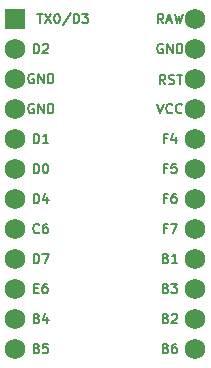
<source format=gbr>
%TF.GenerationSoftware,KiCad,Pcbnew,(6.0.4)*%
%TF.CreationDate,2022-10-04T13:57:12-07:00*%
%TF.ProjectId,tiddlywink,74696464-6c79-4776-996e-6b2e6b696361,rev?*%
%TF.SameCoordinates,Original*%
%TF.FileFunction,Legend,Top*%
%TF.FilePolarity,Positive*%
%FSLAX46Y46*%
G04 Gerber Fmt 4.6, Leading zero omitted, Abs format (unit mm)*
G04 Created by KiCad (PCBNEW (6.0.4)) date 2022-10-04 13:57:12*
%MOMM*%
%LPD*%
G01*
G04 APERTURE LIST*
%ADD10C,0.150000*%
%ADD11R,1.752600X1.752600*%
%ADD12C,1.752600*%
G04 APERTURE END LIST*
D10*
%TO.C,PM1*%
X129084574Y-49154542D02*
X129084574Y-48354542D01*
X129275051Y-48354542D01*
X129389336Y-48392638D01*
X129465527Y-48468828D01*
X129503622Y-48545018D01*
X129541717Y-48697399D01*
X129541717Y-48811685D01*
X129503622Y-48964066D01*
X129465527Y-49040257D01*
X129389336Y-49116447D01*
X129275051Y-49154542D01*
X129084574Y-49154542D01*
X130227431Y-48621209D02*
X130227431Y-49154542D01*
X130036955Y-48316447D02*
X129846479Y-48887876D01*
X130341717Y-48887876D01*
X140044670Y-33914542D02*
X139778003Y-33533590D01*
X139587527Y-33914542D02*
X139587527Y-33114542D01*
X139892289Y-33114542D01*
X139968479Y-33152638D01*
X140006574Y-33190733D01*
X140044670Y-33266923D01*
X140044670Y-33381209D01*
X140006574Y-33457399D01*
X139968479Y-33495495D01*
X139892289Y-33533590D01*
X139587527Y-33533590D01*
X140349431Y-33685971D02*
X140730384Y-33685971D01*
X140273241Y-33914542D02*
X140539908Y-33114542D01*
X140806574Y-33914542D01*
X140997051Y-33114542D02*
X141187527Y-33914542D01*
X141339908Y-33343114D01*
X141492289Y-33914542D01*
X141682765Y-33114542D01*
X129065527Y-38232638D02*
X128989336Y-38194542D01*
X128875051Y-38194542D01*
X128760765Y-38232638D01*
X128684574Y-38308828D01*
X128646479Y-38385018D01*
X128608384Y-38537399D01*
X128608384Y-38651685D01*
X128646479Y-38804066D01*
X128684574Y-38880257D01*
X128760765Y-38956447D01*
X128875051Y-38994542D01*
X128951241Y-38994542D01*
X129065527Y-38956447D01*
X129103622Y-38918352D01*
X129103622Y-38651685D01*
X128951241Y-38651685D01*
X129446479Y-38994542D02*
X129446479Y-38194542D01*
X129903622Y-38994542D01*
X129903622Y-38194542D01*
X130284574Y-38994542D02*
X130284574Y-38194542D01*
X130475051Y-38194542D01*
X130589336Y-38232638D01*
X130665527Y-38308828D01*
X130703622Y-38385018D01*
X130741717Y-38537399D01*
X130741717Y-38651685D01*
X130703622Y-38804066D01*
X130665527Y-38880257D01*
X130589336Y-38956447D01*
X130475051Y-38994542D01*
X130284574Y-38994542D01*
X140330384Y-48735495D02*
X140063717Y-48735495D01*
X140063717Y-49154542D02*
X140063717Y-48354542D01*
X140444670Y-48354542D01*
X141092289Y-48354542D02*
X140939908Y-48354542D01*
X140863717Y-48392638D01*
X140825622Y-48430733D01*
X140749431Y-48545018D01*
X140711336Y-48697399D01*
X140711336Y-49002161D01*
X140749431Y-49078352D01*
X140787527Y-49116447D01*
X140863717Y-49154542D01*
X141016098Y-49154542D01*
X141092289Y-49116447D01*
X141130384Y-49078352D01*
X141168479Y-49002161D01*
X141168479Y-48811685D01*
X141130384Y-48735495D01*
X141092289Y-48697399D01*
X141016098Y-48659304D01*
X140863717Y-48659304D01*
X140787527Y-48697399D01*
X140749431Y-48735495D01*
X140711336Y-48811685D01*
X129351241Y-58895495D02*
X129465527Y-58933590D01*
X129503622Y-58971685D01*
X129541717Y-59047876D01*
X129541717Y-59162161D01*
X129503622Y-59238352D01*
X129465527Y-59276447D01*
X129389336Y-59314542D01*
X129084574Y-59314542D01*
X129084574Y-58514542D01*
X129351241Y-58514542D01*
X129427431Y-58552638D01*
X129465527Y-58590733D01*
X129503622Y-58666923D01*
X129503622Y-58743114D01*
X129465527Y-58819304D01*
X129427431Y-58857399D01*
X129351241Y-58895495D01*
X129084574Y-58895495D01*
X130227431Y-58781209D02*
X130227431Y-59314542D01*
X130036955Y-58476447D02*
X129846479Y-59047876D01*
X130341717Y-59047876D01*
X129084574Y-46614542D02*
X129084574Y-45814542D01*
X129275051Y-45814542D01*
X129389336Y-45852638D01*
X129465527Y-45928828D01*
X129503622Y-46005018D01*
X129541717Y-46157399D01*
X129541717Y-46271685D01*
X129503622Y-46424066D01*
X129465527Y-46500257D01*
X129389336Y-46576447D01*
X129275051Y-46614542D01*
X129084574Y-46614542D01*
X130036955Y-45814542D02*
X130113146Y-45814542D01*
X130189336Y-45852638D01*
X130227431Y-45890733D01*
X130265527Y-45966923D01*
X130303622Y-46119304D01*
X130303622Y-46309780D01*
X130265527Y-46462161D01*
X130227431Y-46538352D01*
X130189336Y-46576447D01*
X130113146Y-46614542D01*
X130036955Y-46614542D01*
X129960765Y-46576447D01*
X129922670Y-46538352D01*
X129884574Y-46462161D01*
X129846479Y-46309780D01*
X129846479Y-46119304D01*
X129884574Y-45966923D01*
X129922670Y-45890733D01*
X129960765Y-45852638D01*
X130036955Y-45814542D01*
X129122670Y-56355495D02*
X129389336Y-56355495D01*
X129503622Y-56774542D02*
X129122670Y-56774542D01*
X129122670Y-55974542D01*
X129503622Y-55974542D01*
X130189336Y-55974542D02*
X130036955Y-55974542D01*
X129960765Y-56012638D01*
X129922670Y-56050733D01*
X129846479Y-56165018D01*
X129808384Y-56317399D01*
X129808384Y-56622161D01*
X129846479Y-56698352D01*
X129884574Y-56736447D01*
X129960765Y-56774542D01*
X130113146Y-56774542D01*
X130189336Y-56736447D01*
X130227431Y-56698352D01*
X130265527Y-56622161D01*
X130265527Y-56431685D01*
X130227431Y-56355495D01*
X130189336Y-56317399D01*
X130113146Y-56279304D01*
X129960765Y-56279304D01*
X129884574Y-56317399D01*
X129846479Y-56355495D01*
X129808384Y-56431685D01*
X129084574Y-54234542D02*
X129084574Y-53434542D01*
X129275051Y-53434542D01*
X129389336Y-53472638D01*
X129465527Y-53548828D01*
X129503622Y-53625018D01*
X129541717Y-53777399D01*
X129541717Y-53891685D01*
X129503622Y-54044066D01*
X129465527Y-54120257D01*
X129389336Y-54196447D01*
X129275051Y-54234542D01*
X129084574Y-54234542D01*
X129808384Y-53434542D02*
X130341717Y-53434542D01*
X129998860Y-54234542D01*
X140197955Y-39084542D02*
X139931289Y-38703590D01*
X139740812Y-39084542D02*
X139740812Y-38284542D01*
X140045574Y-38284542D01*
X140121765Y-38322638D01*
X140159860Y-38360733D01*
X140197955Y-38436923D01*
X140197955Y-38551209D01*
X140159860Y-38627399D01*
X140121765Y-38665495D01*
X140045574Y-38703590D01*
X139740812Y-38703590D01*
X140502717Y-39046447D02*
X140617003Y-39084542D01*
X140807479Y-39084542D01*
X140883670Y-39046447D01*
X140921765Y-39008352D01*
X140959860Y-38932161D01*
X140959860Y-38855971D01*
X140921765Y-38779780D01*
X140883670Y-38741685D01*
X140807479Y-38703590D01*
X140655098Y-38665495D01*
X140578908Y-38627399D01*
X140540812Y-38589304D01*
X140502717Y-38513114D01*
X140502717Y-38436923D01*
X140540812Y-38360733D01*
X140578908Y-38322638D01*
X140655098Y-38284542D01*
X140845574Y-38284542D01*
X140959860Y-38322638D01*
X141188431Y-38284542D02*
X141645574Y-38284542D01*
X141417003Y-39084542D02*
X141417003Y-38284542D01*
X139530384Y-40734542D02*
X139797051Y-41534542D01*
X140063717Y-40734542D01*
X140787527Y-41458352D02*
X140749431Y-41496447D01*
X140635146Y-41534542D01*
X140558955Y-41534542D01*
X140444670Y-41496447D01*
X140368479Y-41420257D01*
X140330384Y-41344066D01*
X140292289Y-41191685D01*
X140292289Y-41077399D01*
X140330384Y-40925018D01*
X140368479Y-40848828D01*
X140444670Y-40772638D01*
X140558955Y-40734542D01*
X140635146Y-40734542D01*
X140749431Y-40772638D01*
X140787527Y-40810733D01*
X141587527Y-41458352D02*
X141549431Y-41496447D01*
X141435146Y-41534542D01*
X141358955Y-41534542D01*
X141244670Y-41496447D01*
X141168479Y-41420257D01*
X141130384Y-41344066D01*
X141092289Y-41191685D01*
X141092289Y-41077399D01*
X141130384Y-40925018D01*
X141168479Y-40848828D01*
X141244670Y-40772638D01*
X141358955Y-40734542D01*
X141435146Y-40734542D01*
X141549431Y-40772638D01*
X141587527Y-40810733D01*
X140273241Y-61435495D02*
X140387527Y-61473590D01*
X140425622Y-61511685D01*
X140463717Y-61587876D01*
X140463717Y-61702161D01*
X140425622Y-61778352D01*
X140387527Y-61816447D01*
X140311336Y-61854542D01*
X140006574Y-61854542D01*
X140006574Y-61054542D01*
X140273241Y-61054542D01*
X140349431Y-61092638D01*
X140387527Y-61130733D01*
X140425622Y-61206923D01*
X140425622Y-61283114D01*
X140387527Y-61359304D01*
X140349431Y-61397399D01*
X140273241Y-61435495D01*
X140006574Y-61435495D01*
X141149431Y-61054542D02*
X140997051Y-61054542D01*
X140920860Y-61092638D01*
X140882765Y-61130733D01*
X140806574Y-61245018D01*
X140768479Y-61397399D01*
X140768479Y-61702161D01*
X140806574Y-61778352D01*
X140844670Y-61816447D01*
X140920860Y-61854542D01*
X141073241Y-61854542D01*
X141149431Y-61816447D01*
X141187527Y-61778352D01*
X141225622Y-61702161D01*
X141225622Y-61511685D01*
X141187527Y-61435495D01*
X141149431Y-61397399D01*
X141073241Y-61359304D01*
X140920860Y-61359304D01*
X140844670Y-61397399D01*
X140806574Y-61435495D01*
X140768479Y-61511685D01*
X129065527Y-40772638D02*
X128989336Y-40734542D01*
X128875051Y-40734542D01*
X128760765Y-40772638D01*
X128684574Y-40848828D01*
X128646479Y-40925018D01*
X128608384Y-41077399D01*
X128608384Y-41191685D01*
X128646479Y-41344066D01*
X128684574Y-41420257D01*
X128760765Y-41496447D01*
X128875051Y-41534542D01*
X128951241Y-41534542D01*
X129065527Y-41496447D01*
X129103622Y-41458352D01*
X129103622Y-41191685D01*
X128951241Y-41191685D01*
X129446479Y-41534542D02*
X129446479Y-40734542D01*
X129903622Y-41534542D01*
X129903622Y-40734542D01*
X130284574Y-41534542D02*
X130284574Y-40734542D01*
X130475051Y-40734542D01*
X130589336Y-40772638D01*
X130665527Y-40848828D01*
X130703622Y-40925018D01*
X130741717Y-41077399D01*
X130741717Y-41191685D01*
X130703622Y-41344066D01*
X130665527Y-41420257D01*
X130589336Y-41496447D01*
X130475051Y-41534542D01*
X130284574Y-41534542D01*
X139987527Y-35692638D02*
X139911336Y-35654542D01*
X139797051Y-35654542D01*
X139682765Y-35692638D01*
X139606574Y-35768828D01*
X139568479Y-35845018D01*
X139530384Y-35997399D01*
X139530384Y-36111685D01*
X139568479Y-36264066D01*
X139606574Y-36340257D01*
X139682765Y-36416447D01*
X139797051Y-36454542D01*
X139873241Y-36454542D01*
X139987527Y-36416447D01*
X140025622Y-36378352D01*
X140025622Y-36111685D01*
X139873241Y-36111685D01*
X140368479Y-36454542D02*
X140368479Y-35654542D01*
X140825622Y-36454542D01*
X140825622Y-35654542D01*
X141206574Y-36454542D02*
X141206574Y-35654542D01*
X141397051Y-35654542D01*
X141511336Y-35692638D01*
X141587527Y-35768828D01*
X141625622Y-35845018D01*
X141663717Y-35997399D01*
X141663717Y-36111685D01*
X141625622Y-36264066D01*
X141587527Y-36340257D01*
X141511336Y-36416447D01*
X141397051Y-36454542D01*
X141206574Y-36454542D01*
X140273241Y-56355495D02*
X140387527Y-56393590D01*
X140425622Y-56431685D01*
X140463717Y-56507876D01*
X140463717Y-56622161D01*
X140425622Y-56698352D01*
X140387527Y-56736447D01*
X140311336Y-56774542D01*
X140006574Y-56774542D01*
X140006574Y-55974542D01*
X140273241Y-55974542D01*
X140349431Y-56012638D01*
X140387527Y-56050733D01*
X140425622Y-56126923D01*
X140425622Y-56203114D01*
X140387527Y-56279304D01*
X140349431Y-56317399D01*
X140273241Y-56355495D01*
X140006574Y-56355495D01*
X140730384Y-55974542D02*
X141225622Y-55974542D01*
X140958955Y-56279304D01*
X141073241Y-56279304D01*
X141149431Y-56317399D01*
X141187527Y-56355495D01*
X141225622Y-56431685D01*
X141225622Y-56622161D01*
X141187527Y-56698352D01*
X141149431Y-56736447D01*
X141073241Y-56774542D01*
X140844670Y-56774542D01*
X140768479Y-56736447D01*
X140730384Y-56698352D01*
X129541717Y-51618352D02*
X129503622Y-51656447D01*
X129389336Y-51694542D01*
X129313146Y-51694542D01*
X129198860Y-51656447D01*
X129122670Y-51580257D01*
X129084574Y-51504066D01*
X129046479Y-51351685D01*
X129046479Y-51237399D01*
X129084574Y-51085018D01*
X129122670Y-51008828D01*
X129198860Y-50932638D01*
X129313146Y-50894542D01*
X129389336Y-50894542D01*
X129503622Y-50932638D01*
X129541717Y-50970733D01*
X130227431Y-50894542D02*
X130075051Y-50894542D01*
X129998860Y-50932638D01*
X129960765Y-50970733D01*
X129884574Y-51085018D01*
X129846479Y-51237399D01*
X129846479Y-51542161D01*
X129884574Y-51618352D01*
X129922670Y-51656447D01*
X129998860Y-51694542D01*
X130151241Y-51694542D01*
X130227431Y-51656447D01*
X130265527Y-51618352D01*
X130303622Y-51542161D01*
X130303622Y-51351685D01*
X130265527Y-51275495D01*
X130227431Y-51237399D01*
X130151241Y-51199304D01*
X129998860Y-51199304D01*
X129922670Y-51237399D01*
X129884574Y-51275495D01*
X129846479Y-51351685D01*
X129373702Y-33114542D02*
X129830845Y-33114542D01*
X129602274Y-33914542D02*
X129602274Y-33114542D01*
X130021321Y-33114542D02*
X130554655Y-33914542D01*
X130554655Y-33114542D02*
X130021321Y-33914542D01*
X131011798Y-33114542D02*
X131087988Y-33114542D01*
X131164179Y-33152638D01*
X131202274Y-33190733D01*
X131240369Y-33266923D01*
X131278464Y-33419304D01*
X131278464Y-33609780D01*
X131240369Y-33762161D01*
X131202274Y-33838352D01*
X131164179Y-33876447D01*
X131087988Y-33914542D01*
X131011798Y-33914542D01*
X130935607Y-33876447D01*
X130897512Y-33838352D01*
X130859417Y-33762161D01*
X130821321Y-33609780D01*
X130821321Y-33419304D01*
X130859417Y-33266923D01*
X130897512Y-33190733D01*
X130935607Y-33152638D01*
X131011798Y-33114542D01*
X132192750Y-33076447D02*
X131507036Y-34105018D01*
X132459417Y-33914542D02*
X132459417Y-33114542D01*
X132649893Y-33114542D01*
X132764179Y-33152638D01*
X132840369Y-33228828D01*
X132878464Y-33305018D01*
X132916559Y-33457399D01*
X132916559Y-33571685D01*
X132878464Y-33724066D01*
X132840369Y-33800257D01*
X132764179Y-33876447D01*
X132649893Y-33914542D01*
X132459417Y-33914542D01*
X133183226Y-33114542D02*
X133678464Y-33114542D01*
X133411798Y-33419304D01*
X133526083Y-33419304D01*
X133602274Y-33457399D01*
X133640369Y-33495495D01*
X133678464Y-33571685D01*
X133678464Y-33762161D01*
X133640369Y-33838352D01*
X133602274Y-33876447D01*
X133526083Y-33914542D01*
X133297512Y-33914542D01*
X133221321Y-33876447D01*
X133183226Y-33838352D01*
X129351241Y-61435495D02*
X129465527Y-61473590D01*
X129503622Y-61511685D01*
X129541717Y-61587876D01*
X129541717Y-61702161D01*
X129503622Y-61778352D01*
X129465527Y-61816447D01*
X129389336Y-61854542D01*
X129084574Y-61854542D01*
X129084574Y-61054542D01*
X129351241Y-61054542D01*
X129427431Y-61092638D01*
X129465527Y-61130733D01*
X129503622Y-61206923D01*
X129503622Y-61283114D01*
X129465527Y-61359304D01*
X129427431Y-61397399D01*
X129351241Y-61435495D01*
X129084574Y-61435495D01*
X130265527Y-61054542D02*
X129884574Y-61054542D01*
X129846479Y-61435495D01*
X129884574Y-61397399D01*
X129960765Y-61359304D01*
X130151241Y-61359304D01*
X130227431Y-61397399D01*
X130265527Y-61435495D01*
X130303622Y-61511685D01*
X130303622Y-61702161D01*
X130265527Y-61778352D01*
X130227431Y-61816447D01*
X130151241Y-61854542D01*
X129960765Y-61854542D01*
X129884574Y-61816447D01*
X129846479Y-61778352D01*
X140273241Y-53815495D02*
X140387527Y-53853590D01*
X140425622Y-53891685D01*
X140463717Y-53967876D01*
X140463717Y-54082161D01*
X140425622Y-54158352D01*
X140387527Y-54196447D01*
X140311336Y-54234542D01*
X140006574Y-54234542D01*
X140006574Y-53434542D01*
X140273241Y-53434542D01*
X140349431Y-53472638D01*
X140387527Y-53510733D01*
X140425622Y-53586923D01*
X140425622Y-53663114D01*
X140387527Y-53739304D01*
X140349431Y-53777399D01*
X140273241Y-53815495D01*
X140006574Y-53815495D01*
X141225622Y-54234542D02*
X140768479Y-54234542D01*
X140997051Y-54234542D02*
X140997051Y-53434542D01*
X140920860Y-53548828D01*
X140844670Y-53625018D01*
X140768479Y-53663114D01*
X129084574Y-36454542D02*
X129084574Y-35654542D01*
X129275051Y-35654542D01*
X129389336Y-35692638D01*
X129465527Y-35768828D01*
X129503622Y-35845018D01*
X129541717Y-35997399D01*
X129541717Y-36111685D01*
X129503622Y-36264066D01*
X129465527Y-36340257D01*
X129389336Y-36416447D01*
X129275051Y-36454542D01*
X129084574Y-36454542D01*
X129846479Y-35730733D02*
X129884574Y-35692638D01*
X129960765Y-35654542D01*
X130151241Y-35654542D01*
X130227431Y-35692638D01*
X130265527Y-35730733D01*
X130303622Y-35806923D01*
X130303622Y-35883114D01*
X130265527Y-35997399D01*
X129808384Y-36454542D01*
X130303622Y-36454542D01*
X140273241Y-58895495D02*
X140387527Y-58933590D01*
X140425622Y-58971685D01*
X140463717Y-59047876D01*
X140463717Y-59162161D01*
X140425622Y-59238352D01*
X140387527Y-59276447D01*
X140311336Y-59314542D01*
X140006574Y-59314542D01*
X140006574Y-58514542D01*
X140273241Y-58514542D01*
X140349431Y-58552638D01*
X140387527Y-58590733D01*
X140425622Y-58666923D01*
X140425622Y-58743114D01*
X140387527Y-58819304D01*
X140349431Y-58857399D01*
X140273241Y-58895495D01*
X140006574Y-58895495D01*
X140768479Y-58590733D02*
X140806574Y-58552638D01*
X140882765Y-58514542D01*
X141073241Y-58514542D01*
X141149431Y-58552638D01*
X141187527Y-58590733D01*
X141225622Y-58666923D01*
X141225622Y-58743114D01*
X141187527Y-58857399D01*
X140730384Y-59314542D01*
X141225622Y-59314542D01*
X140330384Y-51275495D02*
X140063717Y-51275495D01*
X140063717Y-51694542D02*
X140063717Y-50894542D01*
X140444670Y-50894542D01*
X140673241Y-50894542D02*
X141206574Y-50894542D01*
X140863717Y-51694542D01*
X129084574Y-44074542D02*
X129084574Y-43274542D01*
X129275051Y-43274542D01*
X129389336Y-43312638D01*
X129465527Y-43388828D01*
X129503622Y-43465018D01*
X129541717Y-43617399D01*
X129541717Y-43731685D01*
X129503622Y-43884066D01*
X129465527Y-43960257D01*
X129389336Y-44036447D01*
X129275051Y-44074542D01*
X129084574Y-44074542D01*
X130303622Y-44074542D02*
X129846479Y-44074542D01*
X130075051Y-44074542D02*
X130075051Y-43274542D01*
X129998860Y-43388828D01*
X129922670Y-43465018D01*
X129846479Y-43503114D01*
X140330384Y-46195495D02*
X140063717Y-46195495D01*
X140063717Y-46614542D02*
X140063717Y-45814542D01*
X140444670Y-45814542D01*
X141130384Y-45814542D02*
X140749431Y-45814542D01*
X140711336Y-46195495D01*
X140749431Y-46157399D01*
X140825622Y-46119304D01*
X141016098Y-46119304D01*
X141092289Y-46157399D01*
X141130384Y-46195495D01*
X141168479Y-46271685D01*
X141168479Y-46462161D01*
X141130384Y-46538352D01*
X141092289Y-46576447D01*
X141016098Y-46614542D01*
X140825622Y-46614542D01*
X140749431Y-46576447D01*
X140711336Y-46538352D01*
X140330384Y-43655495D02*
X140063717Y-43655495D01*
X140063717Y-44074542D02*
X140063717Y-43274542D01*
X140444670Y-43274542D01*
X141092289Y-43541209D02*
X141092289Y-44074542D01*
X140901812Y-43236447D02*
X140711336Y-43807876D01*
X141206574Y-43807876D01*
%TD*%
D11*
%TO.C,PM1*%
X127516051Y-33552638D03*
D12*
X127516051Y-36092638D03*
X127516051Y-38632638D03*
X127516051Y-41172638D03*
X127516051Y-43712638D03*
X127516051Y-46252638D03*
X127516051Y-48792638D03*
X127516051Y-51332638D03*
X127516051Y-53872638D03*
X127516051Y-56412638D03*
X127516051Y-58952638D03*
X127516051Y-61492638D03*
X142756051Y-61492638D03*
X142756051Y-58952638D03*
X142756051Y-56412638D03*
X142756051Y-53872638D03*
X142756051Y-51332638D03*
X142756051Y-48792638D03*
X142756051Y-46252638D03*
X142756051Y-43712638D03*
X142756051Y-41172638D03*
X142756051Y-38632638D03*
X142756051Y-36092638D03*
X142756051Y-33552638D03*
%TD*%
M02*

</source>
